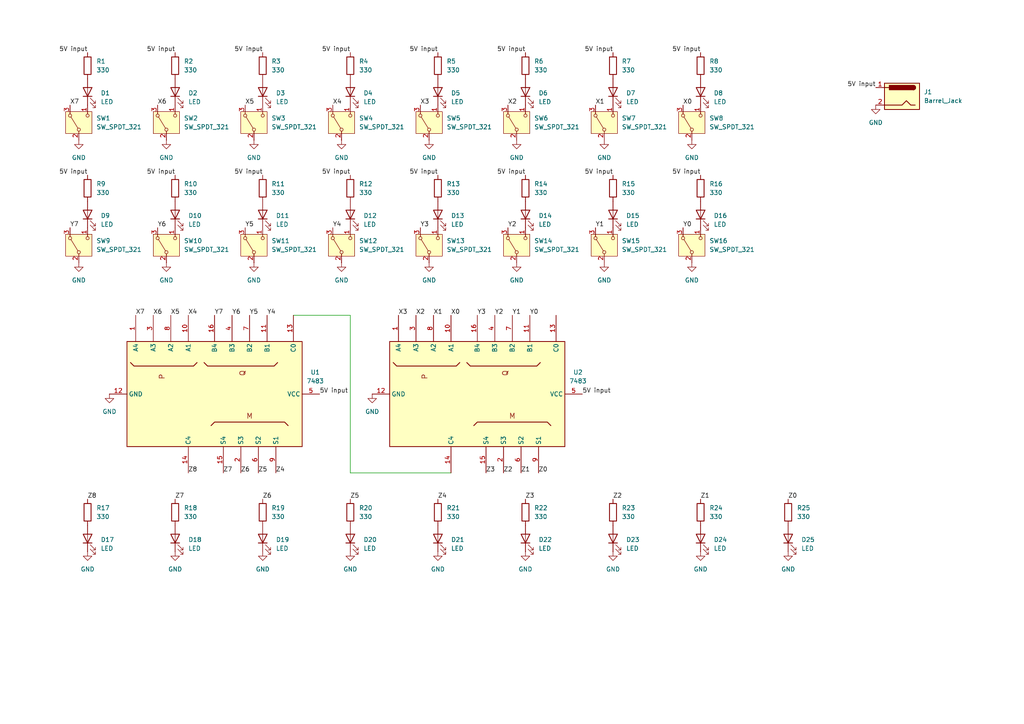
<source format=kicad_sch>
(kicad_sch (version 20231120) (generator "eeschema") (generator_version "8.0")
  (paper "A4")
  (lib_symbols
    (symbol "74xx_IEEE:7483"
      (property "Reference" "U" (at 12.7 27.94 0))
      (property "Value" "7483" (at 15.24 -27.94 0))
      (symbol "7483_0_0"
        (rectangle (start -15.24 25.4) (end 15.24 -25.4) (stroke (width 0.254)) (fill (type background)))
        (polyline (pts (xy -9.144 -24.384) (xy -8.128 -23.368) (xy -8.128 -6.096) (xy -9.144 -5.08) (xy -9.144 -5.08)) (stroke (width 0.254)) (fill (type background)))
        (polyline (pts (xy -9.144 18.288) (xy -8.128 17.272) (xy -8.128 -2.032) (xy -9.144 -3.048) (xy -9.144 -3.048)) (stroke (width 0.254)) (fill (type background)))
        (polyline (pts (xy 9.144 21.336) (xy 8.128 20.32) (xy 8.128 0) (xy 9.144 -1.016) (xy 9.144 -1.016)) (stroke (width 0.254)) (fill (type background)))
        (text "M" (at 6.35 10.16 900) (effects (font (size 1.524 1.524))))
        (text "P" (at -5.08 -15.24 0) (effects (font (size 1.524 1.524))))
        (text "Q" (at -6.096 8.128 0) (effects (font (size 1.524 1.524))))
        (pin power_in line (at 0 -30.48 90) (length 5.08) (name "GND") (number "12"))
        (pin power_in line (at 0 30.48 270) (length 5.08) (name "VCC") (number "5"))
      )
      (symbol "7483_1_1"
        (pin input line (at -22.86 -22.86 0) (length 7.62) (name "A4") (number "1"))
        (pin input line (at -22.86 -7.62 0) (length 7.62) (name "A1") (number "10"))
        (pin input line (at -22.86 15.24 0) (length 7.62) (name "B1") (number "11"))
        (pin input line (at -22.86 22.86 0) (length 7.62) (name "C0") (number "13"))
        (pin output line (at 22.86 -7.62 180) (length 7.62) (name "C4") (number "14"))
        (pin output line (at 22.86 2.54 180) (length 7.62) (name "S4") (number "15"))
        (pin input line (at -22.86 0 0) (length 7.62) (name "B4") (number "16"))
        (pin output line (at 22.86 7.62 180) (length 7.62) (name "S3") (number "2"))
        (pin input line (at -22.86 -17.78 0) (length 7.62) (name "A3") (number "3"))
        (pin input line (at -22.86 5.08 0) (length 7.62) (name "B3") (number "4"))
        (pin output line (at 22.86 12.7 180) (length 7.62) (name "S2") (number "6"))
        (pin input line (at -22.86 10.16 0) (length 7.62) (name "B2") (number "7"))
        (pin input line (at -22.86 -12.7 0) (length 7.62) (name "A2") (number "8"))
        (pin output line (at 22.86 17.78 180) (length 7.62) (name "S1") (number "9"))
      )
    )
    (symbol "Connector:Barrel_Jack" (pin_names (offset 1.016))
      (property "Reference" "J" (at 0 5.334 0))
      (property "Value" "Barrel_Jack" (at 0 -5.08 0))
      (symbol "Barrel_Jack_0_1"
        (rectangle (start -5.08 3.81) (end 5.08 -3.81) (stroke (width 0.254)) (fill (type background)))
        (arc (start -3.302 3.175) (mid -3.9343 2.54) (end -3.302 1.905) (stroke (width 0.254)))
        (arc (start -3.302 3.175) (mid -3.9343 2.54) (end -3.302 1.905) (stroke (width 0.254)) (fill (type outline)))
        (polyline (pts (xy 5.08 2.54) (xy 3.81 2.54)) (stroke (width 0.254)))
        (polyline (pts (xy -3.81 -2.54) (xy -2.54 -2.54) (xy -1.27 -1.27) (xy 0 -2.54) (xy 2.54 -2.54) (xy 5.08 -2.54)) (stroke (width 0.254)))
        (rectangle (start 3.683 3.175) (end -3.302 1.905) (stroke (width 0.254)) (fill (type outline)))
      )
      (symbol "Barrel_Jack_1_1"
        (pin passive line (at 7.62 2.54 180) (length 2.54) (name "~") (number "1"))
        (pin passive line (at 7.62 -2.54 180) (length 2.54) (name "~") (number "2"))
      )
    )
    (symbol "Device:LED" (pin_numbers hide) (pin_names (offset 1.016) hide)
      (property "Reference" "D" (at 0 2.54 0))
      (property "Value" "LED" (at 0 -2.54 0))
      (symbol "LED_0_1"
        (polyline (pts (xy -1.27 -1.27) (xy -1.27 1.27)) (stroke (width 0.254)))
        (polyline (pts (xy -1.27 0) (xy 1.27 0)))
        (polyline (pts (xy 1.27 -1.27) (xy 1.27 1.27) (xy -1.27 0) (xy 1.27 -1.27)) (stroke (width 0.254)))
        (polyline (pts (xy -3.048 -0.762) (xy -4.572 -2.286) (xy -3.81 -2.286) (xy -4.572 -2.286) (xy -4.572 -1.524)))
        (polyline (pts (xy -1.778 -0.762) (xy -3.302 -2.286) (xy -2.54 -2.286) (xy -3.302 -2.286) (xy -3.302 -1.524)))
      )
      (symbol "LED_1_1"
        (pin passive line (at -3.81 0 0) (length 2.54) (name "K") (number "1"))
        (pin passive line (at 3.81 0 180) (length 2.54) (name "A") (number "2"))
      )
    )
    (symbol "Device:R" (pin_numbers hide) (pin_names (offset 0))
      (property "Reference" "R" (at 2.032 0 90))
      (property "Value" "R" (at 0 0 90))
      (symbol "R_0_1"
        (rectangle (start -1.016 -2.54) (end 1.016 2.54) (stroke (width 0.254)))
      )
      (symbol "R_1_1"
        (pin passive line (at 0 3.81 270) (length 1.27) (name "~") (number "1"))
        (pin passive line (at 0 -3.81 90) (length 1.27) (name "~") (number "2"))
      )
    )
    (symbol "Switch:SW_SPDT_321" (pin_names (offset 1) hide)
      (property "Reference" "SW" (at 0 5.08 0))
      (property "Value" "SW_SPDT_321" (at 0 -5.08 0))
      (symbol "SW_SPDT_321_0_1"
        (circle (center -2.032 0) (radius 0.4572))
        (polyline (pts (xy -1.651 0.254) (xy 1.651 2.286)))
        (circle (center 2.032 -2.54) (radius 0.4572))
        (circle (center 2.032 2.54) (radius 0.4572))
      )
      (symbol "SW_SPDT_321_1_1"
        (rectangle (start -3.175 3.81) (end 3.175 -3.81) (fill (type background)))
        (pin passive line (at 5.08 -2.54 180) (length 2.54) (name "C") (number "1"))
        (pin passive line (at -5.08 0 0) (length 2.54) (name "B") (number "2"))
        (pin passive line (at 5.08 2.54 180) (length 2.54) (name "A") (number "3"))
      )
    )
    (symbol "power:GND" (power) (pin_numbers hide) (pin_names (offset 0) hide)
      (property "Value" "GND" (at 0 -3.81 0))
      (symbol "GND_0_1"
        (polyline (pts (xy 0 0) (xy 0 -1.27) (xy 1.27 -1.27) (xy 0 -2.54) (xy -1.27 -1.27) (xy 0 -1.27)))
      )
      (symbol "GND_1_1"
        (pin power_in line (at 0 0 270) (length 0) (name "~") (number "1"))
      )
    )
  )
  (wire (pts (xy 101.6 137.16) (xy 130.81 137.16)))
  (wire (pts (xy 85.09 91.44) (xy 101.6 91.44)))
  (wire (pts (xy 101.6 91.44) (xy 101.6 137.16)))
  (label "Y1" (at 172.72 66.04 0))
  (label "X0" (at 130.81 91.44 0))
  (label "Z3" (at 140.97 137.16 0))
  (label "Y3" (at 121.92 66.04 0))
  (label "Y0" (at 153.67 91.44 0))
  (label "Y4" (at 96.52 66.04 0))
  (label "Z5" (at 101.6 144.78 0))
  (label "Y6" (at 67.31 91.44 0))
  (label "X6" (at 44.45 91.44 0))
  (label "5V input" (at 177.8 50.8 180))
  (label "5V input" (at 127 50.8 180))
  (label "Z6" (at 76.2 144.78 0))
  (label "X7" (at 20.32 30.48 0))
  (label "Z2" (at 177.8 144.78 0))
  (label "Z8" (at 25.4 144.78 0))
  (label "5V input" (at 254 25.4 180))
  (label "Z5" (at 74.93 137.16 0))
  (label "5V input" (at 25.4 15.24 180))
  (label "X7" (at 39.37 91.44 0))
  (label "X3" (at 121.92 30.48 0))
  (label "Z1" (at 151.13 137.16 0))
  (label "Z3" (at 152.4 144.78 0))
  (label "X4" (at 96.52 30.48 0))
  (label "Y0" (at 198.12 66.04 0))
  (label "X5" (at 49.53 91.44 0))
  (label "5V input" (at 152.4 15.24 180))
  (label "5V input" (at 76.2 50.8 180))
  (label "Y5" (at 72.39 91.44 0))
  (label "Y4" (at 77.47 91.44 0))
  (label "5V input" (at 25.4 50.8 180))
  (label "Y3" (at 138.43 91.44 0))
  (label "Y6" (at 45.72 66.04 0))
  (label "Y1" (at 148.59 91.44 0))
  (label "Z7" (at 64.77 137.16 0))
  (label "Y5" (at 71.12 66.04 0))
  (label "5V input" (at 101.6 50.8 180))
  (label "X1" (at 172.72 30.48 0))
  (label "Z7" (at 50.8 144.78 0))
  (label "5V input" (at 50.8 15.24 180))
  (label "Z4" (at 80.01 137.16 0))
  (label "Z0" (at 228.6 144.78 0))
  (label "X4" (at 54.61 91.44 0))
  (label "Y2" (at 143.51 91.44 0))
  (label "Y7" (at 20.32 66.04 0))
  (label "5V input" (at 177.8 15.24 180))
  (label "X0" (at 198.12 30.48 0))
  (label "X2" (at 147.32 30.48 0))
  (label "X5" (at 71.12 30.48 0))
  (label "5V input" (at 50.8 50.8 180))
  (label "5V input" (at 168.91 114.3 0))
  (label "X1" (at 125.73 91.44 0))
  (label "Z0" (at 156.21 137.16 0))
  (label "Z2" (at 146.05 137.16 0))
  (label "Z1" (at 203.2 144.78 0))
  (label "5V input" (at 127 15.24 180))
  (label "X6" (at 45.72 30.48 0))
  (label "5V input" (at 101.6 15.24 180))
  (label "Z8" (at 54.61 137.16 0))
  (label "Z6" (at 69.85 137.16 0))
  (label "X3" (at 115.57 91.44 0))
  (label "5V input" (at 203.2 50.8 180))
  (label "X2" (at 120.65 91.44 0))
  (label "5V input" (at 203.2 15.24 180))
  (label "Y2" (at 147.32 66.04 0))
  (label "5V input" (at 92.71 114.3 0))
  (label "Z4" (at 127 144.78 0))
  (label "5V input" (at 76.2 15.24 180))
  (label "Y7" (at 62.23 91.44 0))
  (label "5V input" (at 152.4 50.8 180))
  (symbol (lib_id "Switch:SW_SPDT_321") (at 200.66 35.56 90) (unit 1)
    (property "Reference" "SW8" (at 205.74 34.2899 90) (effects (justify right)))
    (property "Value" "SW_SPDT_321" (at 205.74 36.8299 90) (effects (justify right)))
    (property "Footprint" "digikey-footprints:Switch_Toggle_ATE1D-2M3-10-Z" (effects (hide yes)))
    (property "Description" "Switch, single pole double throw" (effects (hide yes)))
  )
  (symbol (lib_id "Switch:SW_SPDT_321") (at 99.06 71.12 90) (unit 1)
    (property "Reference" "SW12" (at 104.14 69.8499 90) (effects (justify right)))
    (property "Value" "SW_SPDT_321" (at 104.14 72.3899 90) (effects (justify right)))
    (property "Footprint" "digikey-footprints:Switch_Toggle_ATE1D-2M3-10-Z" (effects (hide yes)))
    (property "Description" "Switch, single pole double throw" (effects (hide yes)))
  )
  (symbol (lib_id "power:GND") (at 76.2 160.02 0) (unit 1)
    (property "Reference" "#PWR04" (effects (hide yes)))
    (property "Value" "GND" (at 76.2 165.1 0))
    (property "Description" "Power symbol creates a global label with name \"GND\" , ground" (effects (hide yes)))
  )
  (symbol (lib_id "power:GND") (at 149.86 76.2 0) (unit 1)
    (property "Reference" "#PWR026" (effects (hide yes)))
    (property "Value" "GND" (at 149.86 81.28 0))
    (property "Description" "Power symbol creates a global label with name \"GND\" , ground" (effects (hide yes)))
  )
  (symbol (lib_id "Switch:SW_SPDT_321") (at 48.26 71.12 90) (unit 1)
    (property "Reference" "SW10" (at 53.34 69.8499 90) (effects (justify right)))
    (property "Value" "SW_SPDT_321" (at 53.34 72.3899 90) (effects (justify right)))
    (property "Footprint" "digikey-footprints:Switch_Toggle_ATE1D-2M3-10-Z" (effects (hide yes)))
    (property "Description" "Switch, single pole double throw" (effects (hide yes)))
  )
  (symbol (lib_id "Device:R") (at 203.2 19.05 0) (unit 1)
    (property "Reference" "R8" (at 205.74 17.7799 0) (effects (justify left)))
    (property "Value" "330" (at 205.74 20.3199 0) (effects (justify left)))
    (property "Footprint" "Resistor_THT:R_Axial_Power_L20.0mm_W6.4mm_P5.08mm_Vertical" (effects (hide yes)))
    (property "Description" "Resistor" (effects (hide yes)))
  )
  (symbol (lib_id "Switch:SW_SPDT_321") (at 73.66 71.12 90) (unit 1)
    (property "Reference" "SW11" (at 78.74 69.8499 90) (effects (justify right)))
    (property "Value" "SW_SPDT_321" (at 78.74 72.3899 90) (effects (justify right)))
    (property "Footprint" "digikey-footprints:Switch_Toggle_ATE1D-2M3-10-Z" (effects (hide yes)))
    (property "Description" "Switch, single pole double throw" (effects (hide yes)))
  )
  (symbol (lib_id "Device:R") (at 127 54.61 0) (unit 1)
    (property "Reference" "R13" (at 129.54 53.3399 0) (effects (justify left)))
    (property "Value" "330" (at 129.54 55.8799 0) (effects (justify left)))
    (property "Footprint" "Resistor_THT:R_Axial_Power_L20.0mm_W6.4mm_P5.08mm_Vertical" (effects (hide yes)))
    (property "Description" "Resistor" (effects (hide yes)))
  )
  (symbol (lib_id "Device:R") (at 177.8 54.61 0) (unit 1)
    (property "Reference" "R15" (at 180.34 53.3399 0) (effects (justify left)))
    (property "Value" "330" (at 180.34 55.8799 0) (effects (justify left)))
    (property "Footprint" "Resistor_THT:R_Axial_Power_L20.0mm_W6.4mm_P5.08mm_Vertical" (effects (hide yes)))
    (property "Description" "Resistor" (effects (hide yes)))
  )
  (symbol (lib_id "power:GND") (at 203.2 160.02 0) (unit 1)
    (property "Reference" "#PWR09" (effects (hide yes)))
    (property "Value" "GND" (at 203.2 165.1 0))
    (property "Description" "Power symbol creates a global label with name \"GND\" , ground" (effects (hide yes)))
  )
  (symbol (lib_id "power:GND") (at 99.06 76.2 0) (unit 1)
    (property "Reference" "#PWR024" (effects (hide yes)))
    (property "Value" "GND" (at 99.06 81.28 0))
    (property "Description" "Power symbol creates a global label with name \"GND\" , ground" (effects (hide yes)))
  )
  (symbol (lib_id "74xx_IEEE:7483") (at 138.43 114.3 270) (unit 1)
    (property "Reference" "U2" (at 167.64 107.9814 90))
    (property "Value" "7483" (at 167.64 110.5214 90))
    (property "Footprint" "Package_DIP:CERDIP-16_W7.62mm_SideBrazed_Socket" (effects (hide yes)))
  )
  (symbol (lib_id "Device:LED") (at 25.4 156.21 90) (unit 1)
    (property "Reference" "D17" (at 29.21 156.5274 90) (effects (justify right)))
    (property "Value" "LED" (at 29.21 159.0674 90) (effects (justify right)))
    (property "Footprint" "LED_THT:LED_D1.8mm_W1.8mm_H2.4mm_Horizontal_O1.27mm_Z1.6mm" (effects (hide yes)))
    (property "Description" "Light emitting diode" (effects (hide yes)))
  )
  (symbol (lib_id "Switch:SW_SPDT_321") (at 22.86 71.12 90) (unit 1)
    (property "Reference" "SW9" (at 27.94 69.8499 90) (effects (justify right)))
    (property "Value" "SW_SPDT_321" (at 27.94 72.3899 90) (effects (justify right)))
    (property "Footprint" "digikey-footprints:Switch_Toggle_ATE1D-2M3-10-Z" (effects (hide yes)))
    (property "Description" "Switch, single pole double throw" (effects (hide yes)))
  )
  (symbol (lib_id "Switch:SW_SPDT_321") (at 48.26 35.56 90) (unit 1)
    (property "Reference" "SW2" (at 53.34 34.2899 90) (effects (justify right)))
    (property "Value" "SW_SPDT_321" (at 53.34 36.8299 90) (effects (justify right)))
    (property "Footprint" "digikey-footprints:Switch_Toggle_ATE1D-2M3-10-Z" (effects (hide yes)))
    (property "Description" "Switch, single pole double throw" (effects (hide yes)))
  )
  (symbol (lib_id "74xx_IEEE:7483") (at 62.23 114.3 270) (unit 1)
    (property "Reference" "U1" (at 91.44 107.9814 90))
    (property "Value" "7483" (at 91.44 110.5214 90))
    (property "Footprint" "Package_DIP:CERDIP-16_W7.62mm_SideBrazed_Socket" (effects (hide yes)))
  )
  (symbol (lib_id "Device:LED") (at 228.6 156.21 90) (unit 1)
    (property "Reference" "D25" (at 232.41 156.5274 90) (effects (justify right)))
    (property "Value" "LED" (at 232.41 159.0674 90) (effects (justify right)))
    (property "Footprint" "LED_THT:LED_D1.8mm_W1.8mm_H2.4mm_Horizontal_O1.27mm_Z1.6mm" (effects (hide yes)))
    (property "Description" "Light emitting diode" (effects (hide yes)))
  )
  (symbol (lib_id "Switch:SW_SPDT_321") (at 124.46 35.56 90) (unit 1)
    (property "Reference" "SW5" (at 129.54 34.2899 90) (effects (justify right)))
    (property "Value" "SW_SPDT_321" (at 129.54 36.8299 90) (effects (justify right)))
    (property "Footprint" "digikey-footprints:Switch_Toggle_ATE1D-2M3-10-Z" (effects (hide yes)))
    (property "Description" "Switch, single pole double throw" (effects (hide yes)))
  )
  (symbol (lib_id "power:GND") (at 99.06 40.64 0) (unit 1)
    (property "Reference" "#PWR015" (effects (hide yes)))
    (property "Value" "GND" (at 99.06 45.72 0))
    (property "Description" "Power symbol creates a global label with name \"GND\" , ground" (effects (hide yes)))
  )
  (symbol (lib_id "Device:LED") (at 101.6 156.21 90) (unit 1)
    (property "Reference" "D20" (at 105.41 156.5274 90) (effects (justify right)))
    (property "Value" "LED" (at 105.41 159.0674 90) (effects (justify right)))
    (property "Footprint" "LED_THT:LED_D1.8mm_W1.8mm_H2.4mm_Horizontal_O1.27mm_Z1.6mm" (effects (hide yes)))
    (property "Description" "Light emitting diode" (effects (hide yes)))
  )
  (symbol (lib_id "Device:LED") (at 25.4 62.23 90) (unit 1)
    (property "Reference" "D9" (at 29.21 62.5474 90) (effects (justify right)))
    (property "Value" "LED" (at 29.21 65.0874 90) (effects (justify right)))
    (property "Footprint" "LED_THT:LED_D1.8mm_W1.8mm_H2.4mm_Horizontal_O1.27mm_Z1.6mm" (effects (hide yes)))
    (property "Description" "Light emitting diode" (effects (hide yes)))
  )
  (symbol (lib_id "power:GND") (at 25.4 160.02 0) (unit 1)
    (property "Reference" "#PWR02" (effects (hide yes)))
    (property "Value" "GND" (at 25.4 165.1 0))
    (property "Description" "Power symbol creates a global label with name \"GND\" , ground" (effects (hide yes)))
  )
  (symbol (lib_id "power:GND") (at 124.46 40.64 0) (unit 1)
    (property "Reference" "#PWR016" (effects (hide yes)))
    (property "Value" "GND" (at 124.46 45.72 0))
    (property "Description" "Power symbol creates a global label with name \"GND\" , ground" (effects (hide yes)))
  )
  (symbol (lib_id "power:GND") (at 101.6 160.02 0) (unit 1)
    (property "Reference" "#PWR05" (effects (hide yes)))
    (property "Value" "GND" (at 101.6 165.1 0))
    (property "Description" "Power symbol creates a global label with name \"GND\" , ground" (effects (hide yes)))
  )
  (symbol (lib_id "Connector:Barrel_Jack") (at 261.62 27.94 0) (mirror y) (unit 1)
    (property "Reference" "J1" (at 267.97 26.6699 0) (effects (justify right)))
    (property "Value" "Barrel_Jack" (at 267.97 29.2099 0) (effects (justify right)))
    (property "Footprint" "digikey-footprints:Barrel_Jack_5.5mmODx2.1mmID_PJ-102A" (effects (hide yes)))
    (property "Description" "DC Barrel Jack" (effects (hide yes)))
  )
  (symbol (lib_id "Switch:SW_SPDT_321") (at 175.26 35.56 90) (unit 1)
    (property "Reference" "SW7" (at 180.34 34.2899 90) (effects (justify right)))
    (property "Value" "SW_SPDT_321" (at 180.34 36.8299 90) (effects (justify right)))
    (property "Footprint" "digikey-footprints:Switch_Toggle_ATE1D-2M3-10-Z" (effects (hide yes)))
    (property "Description" "Switch, single pole double throw" (effects (hide yes)))
  )
  (symbol (lib_id "Device:LED") (at 127 26.67 90) (unit 1)
    (property "Reference" "D5" (at 130.81 26.9874 90) (effects (justify right)))
    (property "Value" "LED" (at 130.81 29.5274 90) (effects (justify right)))
    (property "Footprint" "LED_THT:LED_D1.8mm_W1.8mm_H2.4mm_Horizontal_O1.27mm_Z1.6mm" (effects (hide yes)))
    (property "Description" "Light emitting diode" (effects (hide yes)))
  )
  (symbol (lib_id "Device:LED") (at 25.4 26.67 90) (unit 1)
    (property "Reference" "D1" (at 29.21 26.9874 90) (effects (justify right)))
    (property "Value" "LED" (at 29.21 29.5274 90) (effects (justify right)))
    (property "Footprint" "LED_THT:LED_D1.8mm_W1.8mm_H2.4mm_Horizontal_O1.27mm_Z1.6mm" (effects (hide yes)))
    (property "Description" "Light emitting diode" (effects (hide yes)))
  )
  (symbol (lib_id "Device:LED") (at 76.2 62.23 90) (unit 1)
    (property "Reference" "D11" (at 80.01 62.5474 90) (effects (justify right)))
    (property "Value" "LED" (at 80.01 65.0874 90) (effects (justify right)))
    (property "Footprint" "LED_THT:LED_D1.8mm_W1.8mm_H2.4mm_Horizontal_O1.27mm_Z1.6mm" (effects (hide yes)))
    (property "Description" "Light emitting diode" (effects (hide yes)))
  )
  (symbol (lib_id "Device:R") (at 152.4 148.59 0) (unit 1)
    (property "Reference" "R22" (at 154.94 147.3199 0) (effects (justify left)))
    (property "Value" "330" (at 154.94 149.8599 0) (effects (justify left)))
    (property "Footprint" "Resistor_THT:R_Axial_Power_L20.0mm_W6.4mm_P5.08mm_Vertical" (effects (hide yes)))
    (property "Description" "Resistor" (effects (hide yes)))
  )
  (symbol (lib_id "power:GND") (at 175.26 40.64 0) (unit 1)
    (property "Reference" "#PWR018" (effects (hide yes)))
    (property "Value" "GND" (at 175.26 45.72 0))
    (property "Description" "Power symbol creates a global label with name \"GND\" , ground" (effects (hide yes)))
  )
  (symbol (lib_id "Switch:SW_SPDT_321") (at 200.66 71.12 90) (unit 1)
    (property "Reference" "SW16" (at 205.74 69.8499 90) (effects (justify right)))
    (property "Value" "SW_SPDT_321" (at 205.74 72.3899 90) (effects (justify right)))
    (property "Footprint" "digikey-footprints:Switch_Toggle_ATE1D-2M3-10-Z" (effects (hide yes)))
    (property "Description" "Switch, single pole double throw" (effects (hide yes)))
  )
  (symbol (lib_id "Device:LED") (at 152.4 62.23 90) (unit 1)
    (property "Reference" "D14" (at 156.21 62.5474 90) (effects (justify right)))
    (property "Value" "LED" (at 156.21 65.0874 90) (effects (justify right)))
    (property "Footprint" "LED_THT:LED_D1.8mm_W1.8mm_H2.4mm_Horizontal_O1.27mm_Z1.6mm" (effects (hide yes)))
    (property "Description" "Light emitting diode" (effects (hide yes)))
  )
  (symbol (lib_id "Device:R") (at 101.6 148.59 0) (unit 1)
    (property "Reference" "R20" (at 104.14 147.3199 0) (effects (justify left)))
    (property "Value" "330" (at 104.14 149.8599 0) (effects (justify left)))
    (property "Footprint" "Resistor_THT:R_Axial_Power_L20.0mm_W6.4mm_P5.08mm_Vertical" (effects (hide yes)))
    (property "Description" "Resistor" (effects (hide yes)))
  )
  (symbol (lib_id "Device:R") (at 228.6 148.59 0) (unit 1)
    (property "Reference" "R25" (at 231.14 147.3199 0) (effects (justify left)))
    (property "Value" "330" (at 231.14 149.8599 0) (effects (justify left)))
    (property "Footprint" "Resistor_THT:R_Axial_Power_L20.0mm_W6.4mm_P5.08mm_Vertical" (effects (hide yes)))
    (property "Description" "Resistor" (effects (hide yes)))
  )
  (symbol (lib_id "Device:LED") (at 177.8 26.67 90) (unit 1)
    (property "Reference" "D7" (at 181.61 26.9874 90) (effects (justify right)))
    (property "Value" "LED" (at 181.61 29.5274 90) (effects (justify right)))
    (property "Footprint" "LED_THT:LED_D1.8mm_W1.8mm_H2.4mm_Horizontal_O1.27mm_Z1.6mm" (effects (hide yes)))
    (property "Description" "Light emitting diode" (effects (hide yes)))
  )
  (symbol (lib_id "power:GND") (at 228.6 160.02 0) (unit 1)
    (property "Reference" "#PWR020" (effects (hide yes)))
    (property "Value" "GND" (at 228.6 165.1 0))
    (property "Description" "Power symbol creates a global label with name \"GND\" , ground" (effects (hide yes)))
  )
  (symbol (lib_id "Device:LED") (at 203.2 26.67 90) (unit 1)
    (property "Reference" "D8" (at 207.01 26.9874 90) (effects (justify right)))
    (property "Value" "LED" (at 207.01 29.5274 90) (effects (justify right)))
    (property "Footprint" "LED_THT:LED_D1.8mm_W1.8mm_H2.4mm_Horizontal_O1.27mm_Z1.6mm" (effects (hide yes)))
    (property "Description" "Light emitting diode" (effects (hide yes)))
  )
  (symbol (lib_id "power:GND") (at 152.4 160.02 0) (unit 1)
    (property "Reference" "#PWR07" (effects (hide yes)))
    (property "Value" "GND" (at 152.4 165.1 0))
    (property "Description" "Power symbol creates a global label with name \"GND\" , ground" (effects (hide yes)))
  )
  (symbol (lib_id "Device:LED") (at 177.8 62.23 90) (unit 1)
    (property "Reference" "D15" (at 181.61 62.5474 90) (effects (justify right)))
    (property "Value" "LED" (at 181.61 65.0874 90) (effects (justify right)))
    (property "Footprint" "LED_THT:LED_D1.8mm_W1.8mm_H2.4mm_Horizontal_O1.27mm_Z1.6mm" (effects (hide yes)))
    (property "Description" "Light emitting diode" (effects (hide yes)))
  )
  (symbol (lib_id "Device:R") (at 203.2 148.59 0) (unit 1)
    (property "Reference" "R24" (at 205.74 147.3199 0) (effects (justify left)))
    (property "Value" "330" (at 205.74 149.8599 0) (effects (justify left)))
    (property "Footprint" "Resistor_THT:R_Axial_Power_L20.0mm_W6.4mm_P5.08mm_Vertical" (effects (hide yes)))
    (property "Description" "Resistor" (effects (hide yes)))
  )
  (symbol (lib_id "Device:R") (at 152.4 54.61 0) (unit 1)
    (property "Reference" "R14" (at 154.94 53.3399 0) (effects (justify left)))
    (property "Value" "330" (at 154.94 55.8799 0) (effects (justify left)))
    (property "Footprint" "Resistor_THT:R_Axial_Power_L20.0mm_W6.4mm_P5.08mm_Vertical" (effects (hide yes)))
    (property "Description" "Resistor" (effects (hide yes)))
  )
  (symbol (lib_id "Device:R") (at 101.6 19.05 0) (unit 1)
    (property "Reference" "R4" (at 104.14 17.7799 0) (effects (justify left)))
    (property "Value" "330" (at 104.14 20.3199 0) (effects (justify left)))
    (property "Footprint" "Resistor_THT:R_Axial_Power_L20.0mm_W6.4mm_P5.08mm_Vertical" (effects (hide yes)))
    (property "Description" "Resistor" (effects (hide yes)))
  )
  (symbol (lib_id "Switch:SW_SPDT_321") (at 175.26 71.12 90) (unit 1)
    (property "Reference" "SW15" (at 180.34 69.8499 90) (effects (justify right)))
    (property "Value" "SW_SPDT_321" (at 180.34 72.3899 90) (effects (justify right)))
    (property "Footprint" "digikey-footprints:Switch_Toggle_ATE1D-2M3-10-Z" (effects (hide yes)))
    (property "Description" "Switch, single pole double throw" (effects (hide yes)))
  )
  (symbol (lib_id "Device:LED") (at 152.4 26.67 90) (unit 1)
    (property "Reference" "D6" (at 156.21 26.9874 90) (effects (justify right)))
    (property "Value" "LED" (at 156.21 29.5274 90) (effects (justify right)))
    (property "Footprint" "LED_THT:LED_D1.8mm_W1.8mm_H2.4mm_Horizontal_O1.27mm_Z1.6mm" (effects (hide yes)))
    (property "Description" "Light emitting diode" (effects (hide yes)))
  )
  (symbol (lib_id "Device:LED") (at 127 156.21 90) (unit 1)
    (property "Reference" "D21" (at 130.81 156.5274 90) (effects (justify right)))
    (property "Value" "LED" (at 130.81 159.0674 90) (effects (justify right)))
    (property "Footprint" "LED_THT:LED_D1.8mm_W1.8mm_H2.4mm_Horizontal_O1.27mm_Z1.6mm" (effects (hide yes)))
    (property "Description" "Light emitting diode" (effects (hide yes)))
  )
  (symbol (lib_id "power:GND") (at 22.86 40.64 0) (unit 1)
    (property "Reference" "#PWR012" (effects (hide yes)))
    (property "Value" "GND" (at 22.86 45.72 0))
    (property "Description" "Power symbol creates a global label with name \"GND\" , ground" (effects (hide yes)))
  )
  (symbol (lib_id "Switch:SW_SPDT_321") (at 99.06 35.56 90) (unit 1)
    (property "Reference" "SW4" (at 104.14 34.2899 90) (effects (justify right)))
    (property "Value" "SW_SPDT_321" (at 104.14 36.8299 90) (effects (justify right)))
    (property "Footprint" "digikey-footprints:Switch_Toggle_ATE1D-2M3-10-Z" (effects (hide yes)))
    (property "Description" "Switch, single pole double throw" (effects (hide yes)))
  )
  (symbol (lib_id "Device:LED") (at 127 62.23 90) (unit 1)
    (property "Reference" "D13" (at 130.81 62.5474 90) (effects (justify right)))
    (property "Value" "LED" (at 130.81 65.0874 90) (effects (justify right)))
    (property "Footprint" "LED_THT:LED_D1.8mm_W1.8mm_H2.4mm_Horizontal_O1.27mm_Z1.6mm" (effects (hide yes)))
    (property "Description" "Light emitting diode" (effects (hide yes)))
  )
  (symbol (lib_id "Device:LED") (at 76.2 26.67 90) (unit 1)
    (property "Reference" "D3" (at 80.01 26.9874 90) (effects (justify right)))
    (property "Value" "LED" (at 80.01 29.5274 90) (effects (justify right)))
    (property "Footprint" "LED_THT:LED_D1.8mm_W1.8mm_H2.4mm_Horizontal_O1.27mm_Z1.6mm" (effects (hide yes)))
    (property "Description" "Light emitting diode" (effects (hide yes)))
  )
  (symbol (lib_id "Device:R") (at 25.4 19.05 0) (unit 1)
    (property "Reference" "R1" (at 27.94 17.7799 0) (effects (justify left)))
    (property "Value" "330" (at 27.94 20.3199 0) (effects (justify left)))
    (property "Footprint" "Resistor_THT:R_Axial_Power_L20.0mm_W6.4mm_P5.08mm_Vertical" (effects (hide yes)))
    (property "Description" "Resistor" (effects (hide yes)))
  )
  (symbol (lib_id "Device:LED") (at 101.6 26.67 90) (unit 1)
    (property "Reference" "D4" (at 105.41 26.9874 90) (effects (justify right)))
    (property "Value" "LED" (at 105.41 29.5274 90) (effects (justify right)))
    (property "Footprint" "LED_THT:LED_D1.8mm_W1.8mm_H2.4mm_Horizontal_O1.27mm_Z1.6mm" (effects (hide yes)))
    (property "Description" "Light emitting diode" (effects (hide yes)))
  )
  (symbol (lib_id "Device:R") (at 177.8 19.05 0) (unit 1)
    (property "Reference" "R7" (at 180.34 17.7799 0) (effects (justify left)))
    (property "Value" "330" (at 180.34 20.3199 0) (effects (justify left)))
    (property "Footprint" "Resistor_THT:R_Axial_Power_L20.0mm_W6.4mm_P5.08mm_Vertical" (effects (hide yes)))
    (property "Description" "Resistor" (effects (hide yes)))
  )
  (symbol (lib_id "Device:R") (at 76.2 54.61 0) (unit 1)
    (property "Reference" "R11" (at 78.74 53.3399 0) (effects (justify left)))
    (property "Value" "330" (at 78.74 55.8799 0) (effects (justify left)))
    (property "Footprint" "Resistor_THT:R_Axial_Power_L20.0mm_W6.4mm_P5.08mm_Vertical" (effects (hide yes)))
    (property "Description" "Resistor" (effects (hide yes)))
  )
  (symbol (lib_id "power:GND") (at 127 160.02 0) (unit 1)
    (property "Reference" "#PWR06" (effects (hide yes)))
    (property "Value" "GND" (at 127 165.1 0))
    (property "Description" "Power symbol creates a global label with name \"GND\" , ground" (effects (hide yes)))
  )
  (symbol (lib_id "power:GND") (at 73.66 76.2 0) (unit 1)
    (property "Reference" "#PWR023" (effects (hide yes)))
    (property "Value" "GND" (at 73.66 81.28 0))
    (property "Description" "Power symbol creates a global label with name \"GND\" , ground" (effects (hide yes)))
  )
  (symbol (lib_id "power:GND") (at 48.26 76.2 0) (unit 1)
    (property "Reference" "#PWR022" (effects (hide yes)))
    (property "Value" "GND" (at 48.26 81.28 0))
    (property "Description" "Power symbol creates a global label with name \"GND\" , ground" (effects (hide yes)))
  )
  (symbol (lib_id "power:GND") (at 107.95 114.3 0) (unit 1)
    (property "Reference" "#PWR011" (effects (hide yes)))
    (property "Value" "GND" (at 107.95 119.38 0))
    (property "Description" "Power symbol creates a global label with name \"GND\" , ground" (effects (hide yes)))
  )
  (symbol (lib_id "Device:LED") (at 50.8 26.67 90) (unit 1)
    (property "Reference" "D2" (at 54.61 26.9874 90) (effects (justify right)))
    (property "Value" "LED" (at 54.61 29.5274 90) (effects (justify right)))
    (property "Footprint" "LED_THT:LED_D1.8mm_W1.8mm_H2.4mm_Horizontal_O1.27mm_Z1.6mm" (effects (hide yes)))
    (property "Description" "Light emitting diode" (effects (hide yes)))
  )
  (symbol (lib_id "Device:LED") (at 50.8 156.21 90) (unit 1)
    (property "Reference" "D18" (at 54.61 156.5274 90) (effects (justify right)))
    (property "Value" "LED" (at 54.61 159.0674 90) (effects (justify right)))
    (property "Footprint" "LED_THT:LED_D1.8mm_W1.8mm_H2.4mm_Horizontal_O1.27mm_Z1.6mm" (effects (hide yes)))
    (property "Description" "Light emitting diode" (effects (hide yes)))
  )
  (symbol (lib_id "power:GND") (at 73.66 40.64 0) (unit 1)
    (property "Reference" "#PWR014" (effects (hide yes)))
    (property "Value" "GND" (at 73.66 45.72 0))
    (property "Description" "Power symbol creates a global label with name \"GND\" , ground" (effects (hide yes)))
  )
  (symbol (lib_id "power:GND") (at 31.75 114.3 0) (unit 1)
    (property "Reference" "#PWR010" (effects (hide yes)))
    (property "Value" "GND" (at 31.75 119.38 0))
    (property "Description" "Power symbol creates a global label with name \"GND\" , ground" (effects (hide yes)))
  )
  (symbol (lib_id "Device:LED") (at 203.2 156.21 90) (unit 1)
    (property "Reference" "D24" (at 207.01 156.5274 90) (effects (justify right)))
    (property "Value" "LED" (at 207.01 159.0674 90) (effects (justify right)))
    (property "Footprint" "LED_THT:LED_D1.8mm_W1.8mm_H2.4mm_Horizontal_O1.27mm_Z1.6mm" (effects (hide yes)))
    (property "Description" "Light emitting diode" (effects (hide yes)))
  )
  (symbol (lib_id "power:GND") (at 22.86 76.2 0) (unit 1)
    (property "Reference" "#PWR021" (effects (hide yes)))
    (property "Value" "GND" (at 22.86 81.28 0))
    (property "Description" "Power symbol creates a global label with name \"GND\" , ground" (effects (hide yes)))
  )
  (symbol (lib_id "power:GND") (at 50.8 160.02 0) (unit 1)
    (property "Reference" "#PWR03" (effects (hide yes)))
    (property "Value" "GND" (at 50.8 165.1 0))
    (property "Description" "Power symbol creates a global label with name \"GND\" , ground" (effects (hide yes)))
  )
  (symbol (lib_id "Device:R") (at 177.8 148.59 0) (unit 1)
    (property "Reference" "R23" (at 180.34 147.3199 0) (effects (justify left)))
    (property "Value" "330" (at 180.34 149.8599 0) (effects (justify left)))
    (property "Footprint" "Resistor_THT:R_Axial_Power_L20.0mm_W6.4mm_P5.08mm_Vertical" (effects (hide yes)))
    (property "Description" "Resistor" (effects (hide yes)))
  )
  (symbol (lib_id "power:GND") (at 200.66 76.2 0) (unit 1)
    (property "Reference" "#PWR028" (effects (hide yes)))
    (property "Value" "GND" (at 200.66 81.28 0))
    (property "Description" "Power symbol creates a global label with name \"GND\" , ground" (effects (hide yes)))
  )
  (symbol (lib_id "Switch:SW_SPDT_321") (at 124.46 71.12 90) (unit 1)
    (property "Reference" "SW13" (at 129.54 69.8499 90) (effects (justify right)))
    (property "Value" "SW_SPDT_321" (at 129.54 72.3899 90) (effects (justify right)))
    (property "Footprint" "digikey-footprints:Switch_Toggle_ATE1D-2M3-10-Z" (effects (hide yes)))
    (property "Description" "Switch, single pole double throw" (effects (hide yes)))
  )
  (symbol (lib_id "Device:LED") (at 50.8 62.23 90) (unit 1)
    (property "Reference" "D10" (at 54.61 62.5474 90) (effects (justify right)))
    (property "Value" "LED" (at 54.61 65.0874 90) (effects (justify right)))
    (property "Footprint" "LED_THT:LED_D1.8mm_W1.8mm_H2.4mm_Horizontal_O1.27mm_Z1.6mm" (effects (hide yes)))
    (property "Description" "Light emitting diode" (effects (hide yes)))
  )
  (symbol (lib_id "Switch:SW_SPDT_321") (at 73.66 35.56 90) (unit 1)
    (property "Reference" "SW3" (at 78.74 34.2899 90) (effects (justify right)))
    (property "Value" "SW_SPDT_321" (at 78.74 36.8299 90) (effects (justify right)))
    (property "Footprint" "digikey-footprints:Switch_Toggle_ATE1D-2M3-10-Z" (effects (hide yes)))
    (property "Description" "Switch, single pole double throw" (effects (hide yes)))
  )
  (symbol (lib_id "Device:R") (at 101.6 54.61 0) (unit 1)
    (property "Reference" "R12" (at 104.14 53.3399 0) (effects (justify left)))
    (property "Value" "330" (at 104.14 55.8799 0) (effects (justify left)))
    (property "Footprint" "Resistor_THT:R_Axial_Power_L20.0mm_W6.4mm_P5.08mm_Vertical" (effects (hide yes)))
    (property "Description" "Resistor" (effects (hide yes)))
  )
  (symbol (lib_id "Device:R") (at 127 19.05 0) (unit 1)
    (property "Reference" "R5" (at 129.54 17.7799 0) (effects (justify left)))
    (property "Value" "330" (at 129.54 20.3199 0) (effects (justify left)))
    (property "Footprint" "Resistor_THT:R_Axial_Power_L20.0mm_W6.4mm_P5.08mm_Vertical" (effects (hide yes)))
    (property "Description" "Resistor" (effects (hide yes)))
  )
  (symbol (lib_id "Device:R") (at 76.2 148.59 0) (unit 1)
    (property "Reference" "R19" (at 78.74 147.3199 0) (effects (justify left)))
    (property "Value" "330" (at 78.74 149.8599 0) (effects (justify left)))
    (property "Footprint" "Resistor_THT:R_Axial_Power_L20.0mm_W6.4mm_P5.08mm_Vertical" (effects (hide yes)))
    (property "Description" "Resistor" (effects (hide yes)))
  )
  (symbol (lib_id "Switch:SW_SPDT_321") (at 149.86 71.12 90) (unit 1)
    (property "Reference" "SW14" (at 154.94 69.8499 90) (effects (justify right)))
    (property "Value" "SW_SPDT_321" (at 154.94 72.3899 90) (effects (justify right)))
    (property "Footprint" "digikey-footprints:Switch_Toggle_ATE1D-2M3-10-Z" (effects (hide yes)))
    (property "Description" "Switch, single pole double throw" (effects (hide yes)))
  )
  (symbol (lib_id "Device:R") (at 50.8 19.05 0) (unit 1)
    (property "Reference" "R2" (at 53.34 17.7799 0) (effects (justify left)))
    (property "Value" "330" (at 53.34 20.3199 0) (effects (justify left)))
    (property "Footprint" "Resistor_THT:R_Axial_Power_L20.0mm_W6.4mm_P5.08mm_Vertical" (effects (hide yes)))
    (property "Description" "Resistor" (effects (hide yes)))
  )
  (symbol (lib_id "power:GND") (at 48.26 40.64 0) (unit 1)
    (property "Reference" "#PWR013" (effects (hide yes)))
    (property "Value" "GND" (at 48.26 45.72 0))
    (property "Description" "Power symbol creates a global label with name \"GND\" , ground" (effects (hide yes)))
  )
  (symbol (lib_id "power:GND") (at 124.46 76.2 0) (unit 1)
    (property "Reference" "#PWR025" (effects (hide yes)))
    (property "Value" "GND" (at 124.46 81.28 0))
    (property "Description" "Power symbol creates a global label with name \"GND\" , ground" (effects (hide yes)))
  )
  (symbol (lib_id "power:GND") (at 254 30.48 0) (unit 1)
    (property "Reference" "#PWR01" (effects (hide yes)))
    (property "Value" "GND" (at 254 35.56 0))
    (property "Description" "Power symbol creates a global label with name \"GND\" , ground" (effects (hide yes)))
  )
  (symbol (lib_id "Device:R") (at 50.8 54.61 0) (unit 1)
    (property "Reference" "R10" (at 53.34 53.3399 0) (effects (justify left)))
    (property "Value" "330" (at 53.34 55.8799 0) (effects (justify left)))
    (property "Footprint" "Resistor_THT:R_Axial_Power_L20.0mm_W6.4mm_P5.08mm_Vertical" (effects (hide yes)))
    (property "Description" "Resistor" (effects (hide yes)))
  )
  (symbol (lib_id "Device:R") (at 76.2 19.05 0) (unit 1)
    (property "Reference" "R3" (at 78.74 17.7799 0) (effects (justify left)))
    (property "Value" "330" (at 78.74 20.3199 0) (effects (justify left)))
    (property "Footprint" "Resistor_THT:R_Axial_Power_L20.0mm_W6.4mm_P5.08mm_Vertical" (effects (hide yes)))
    (property "Description" "Resistor" (effects (hide yes)))
  )
  (symbol (lib_id "Device:LED") (at 203.2 62.23 90) (unit 1)
    (property "Reference" "D16" (at 207.01 62.5474 90) (effects (justify right)))
    (property "Value" "LED" (at 207.01 65.0874 90) (effects (justify right)))
    (property "Footprint" "LED_THT:LED_D1.8mm_W1.8mm_H2.4mm_Horizontal_O1.27mm_Z1.6mm" (effects (hide yes)))
    (property "Description" "Light emitting diode" (effects (hide yes)))
  )
  (symbol (lib_id "power:GND") (at 177.8 160.02 0) (unit 1)
    (property "Reference" "#PWR08" (effects (hide yes)))
    (property "Value" "GND" (at 177.8 165.1 0))
    (property "Description" "Power symbol creates a global label with name \"GND\" , ground" (effects (hide yes)))
  )
  (symbol (lib_id "power:GND") (at 149.86 40.64 0) (unit 1)
    (property "Reference" "#PWR017" (effects (hide yes)))
    (property "Value" "GND" (at 149.86 45.72 0))
    (property "Description" "Power symbol creates a global label with name \"GND\" , ground" (effects (hide yes)))
  )
  (symbol (lib_id "Device:LED") (at 177.8 156.21 90) (unit 1)
    (property "Reference" "D23" (at 181.61 156.5274 90) (effects (justify right)))
    (property "Value" "LED" (at 181.61 159.0674 90) (effects (justify right)))
    (property "Footprint" "LED_THT:LED_D1.8mm_W1.8mm_H2.4mm_Horizontal_O1.27mm_Z1.6mm" (effects (hide yes)))
    (property "Description" "Light emitting diode" (effects (hide yes)))
  )
  (symbol (lib_id "Device:R") (at 25.4 148.59 0) (unit 1)
    (property "Reference" "R17" (at 27.94 147.3199 0) (effects (justify left)))
    (property "Value" "330" (at 27.94 149.8599 0) (effects (justify left)))
    (property "Footprint" "Resistor_THT:R_Axial_Power_L20.0mm_W6.4mm_P5.08mm_Vertical" (effects (hide yes)))
    (property "Description" "Resistor" (effects (hide yes)))
  )
  (symbol (lib_id "power:GND") (at 200.66 40.64 0) (unit 1)
    (property "Reference" "#PWR019" (effects (hide yes)))
    (property "Value" "GND" (at 200.66 45.72 0))
    (property "Description" "Power symbol creates a global label with name \"GND\" , ground" (effects (hide yes)))
  )
  (symbol (lib_id "Device:LED") (at 101.6 62.23 90) (unit 1)
    (property "Reference" "D12" (at 105.41 62.5474 90) (effects (justify right)))
    (property "Value" "LED" (at 105.41 65.0874 90) (effects (justify right)))
    (property "Footprint" "LED_THT:LED_D1.8mm_W1.8mm_H2.4mm_Horizontal_O1.27mm_Z1.6mm" (effects (hide yes)))
    (property "Description" "Light emitting diode" (effects (hide yes)))
  )
  (symbol (lib_id "Switch:SW_SPDT_321") (at 149.86 35.56 90) (unit 1)
    (property "Reference" "SW6" (at 154.94 34.2899 90) (effects (justify right)))
    (property "Value" "SW_SPDT_321" (at 154.94 36.8299 90) (effects (justify right)))
    (property "Footprint" "digikey-footprints:Switch_Toggle_ATE1D-2M3-10-Z" (effects (hide yes)))
    (property "Description" "Switch, single pole double throw" (effects (hide yes)))
  )
  (symbol (lib_id "Device:R") (at 152.4 19.05 0) (unit 1)
    (property "Reference" "R6" (at 154.94 17.7799 0) (effects (justify left)))
    (property "Value" "330" (at 154.94 20.3199 0) (effects (justify left)))
    (property "Footprint" "Resistor_THT:R_Axial_Power_L20.0mm_W6.4mm_P5.08mm_Vertical" (effects (hide yes)))
    (property "Description" "Resistor" (effects (hide yes)))
  )
  (symbol (lib_id "Device:LED") (at 152.4 156.21 90) (unit 1)
    (property "Reference" "D22" (at 156.21 156.5274 90) (effects (justify right)))
    (property "Value" "LED" (at 156.21 159.0674 90) (effects (justify right)))
    (property "Footprint" "LED_THT:LED_D1.8mm_W1.8mm_H2.4mm_Horizontal_O1.27mm_Z1.6mm" (effects (hide yes)))
    (property "Description" "Light emitting diode" (effects (hide yes)))
  )
  (symbol (lib_id "Device:R") (at 127 148.59 0) (unit 1)
    (property "Reference" "R21" (at 129.54 147.3199 0) (effects (justify left)))
    (property "Value" "330" (at 129.54 149.8599 0) (effects (justify left)))
    (property "Footprint" "Resistor_THT:R_Axial_Power_L20.0mm_W6.4mm_P5.08mm_Vertical" (effects (hide yes)))
    (property "Description" "Resistor" (effects (hide yes)))
  )
  (symbol (lib_id "Device:LED") (at 76.2 156.21 90) (unit 1)
    (property "Reference" "D19" (at 80.01 156.5274 90) (effects (justify right)))
    (property "Value" "LED" (at 80.01 159.0674 90) (effects (justify right)))
    (property "Footprint" "LED_THT:LED_D1.8mm_W1.8mm_H2.4mm_Horizontal_O1.27mm_Z1.6mm" (effects (hide yes)))
    (property "Description" "Light emitting diode" (effects (hide yes)))
  )
  (symbol (lib_id "Switch:SW_SPDT_321") (at 22.86 35.56 90) (unit 1)
    (property "Reference" "SW1" (at 27.94 34.2899 90) (effects (justify right)))
    (property "Value" "SW_SPDT_321" (at 27.94 36.8299 90) (effects (justify right)))
    (property "Footprint" "digikey-footprints:Switch_Toggle_ATE1D-2M3-10-Z" (effects (hide yes)))
    (property "Description" "Switch, single pole double throw" (effects (hide yes)))
  )
  (symbol (lib_id "Device:R") (at 25.4 54.61 0) (unit 1)
    (property "Reference" "R9" (at 27.94 53.3399 0) (effects (justify left)))
    (property "Value" "330" (at 27.94 55.8799 0) (effects (justify left)))
    (property "Footprint" "Resistor_THT:R_Axial_Power_L20.0mm_W6.4mm_P5.08mm_Vertical" (effects (hide yes)))
    (property "Description" "Resistor" (effects (hide yes)))
  )
  (symbol (lib_id "Device:R") (at 203.2 54.61 0) (unit 1)
    (property "Reference" "R16" (at 205.74 53.3399 0) (effects (justify left)))
    (property "Value" "330" (at 205.74 55.8799 0) (effects (justify left)))
    (property "Footprint" "Resistor_THT:R_Axial_Power_L20.0mm_W6.4mm_P5.08mm_Vertical" (effects (hide yes)))
    (property "Description" "Resistor" (effects (hide yes)))
  )
  (symbol (lib_id "power:GND") (at 175.26 76.2 0) (unit 1)
    (property "Reference" "#PWR027" (effects (hide yes)))
    (property "Value" "GND" (at 175.26 81.28 0))
    (property "Description" "Power symbol creates a global label with name \"GND\" , ground" (effects (hide yes)))
  )
  (symbol (lib_id "Device:R") (at 50.8 148.59 0) (unit 1)
    (property "Reference" "R18" (at 53.34 147.3199 0) (effects (justify left)))
    (property "Value" "330" (at 53.34 149.8599 0) (effects (justify left)))
    (property "Footprint" "Resistor_THT:R_Axial_Power_L20.0mm_W6.4mm_P5.08mm_Vertical" (effects (hide yes)))
    (property "Description" "Resistor" (effects (hide yes)))
  )
)
</source>
